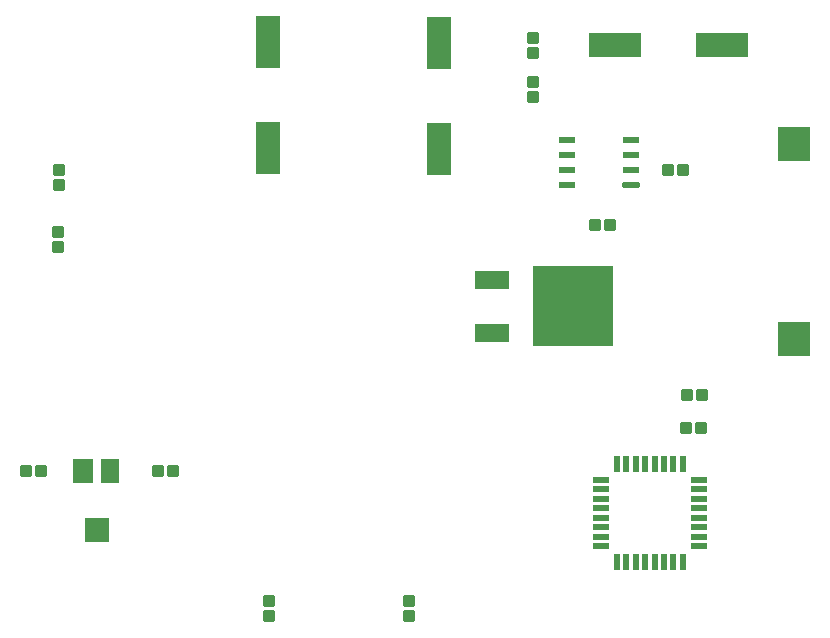
<source format=gbr>
%TF.GenerationSoftware,KiCad,Pcbnew,(5.99.0-11575-g46338403e7)*%
%TF.CreationDate,2021-08-13T15:38:51+02:00*%
%TF.ProjectId,voedings switcher,766f6564-696e-4677-9320-737769746368,rev?*%
%TF.SameCoordinates,Original*%
%TF.FileFunction,Paste,Top*%
%TF.FilePolarity,Positive*%
%FSLAX46Y46*%
G04 Gerber Fmt 4.6, Leading zero omitted, Abs format (unit mm)*
G04 Created by KiCad (PCBNEW (5.99.0-11575-g46338403e7)) date 2021-08-13 15:38:51*
%MOMM*%
%LPD*%
G01*
G04 APERTURE LIST*
G04 Aperture macros list*
%AMRoundRect*
0 Rectangle with rounded corners*
0 $1 Rounding radius*
0 $2 $3 $4 $5 $6 $7 $8 $9 X,Y pos of 4 corners*
0 Add a 4 corners polygon primitive as box body*
4,1,4,$2,$3,$4,$5,$6,$7,$8,$9,$2,$3,0*
0 Add four circle primitives for the rounded corners*
1,1,$1+$1,$2,$3*
1,1,$1+$1,$4,$5*
1,1,$1+$1,$6,$7*
1,1,$1+$1,$8,$9*
0 Add four rect primitives between the rounded corners*
20,1,$1+$1,$2,$3,$4,$5,0*
20,1,$1+$1,$4,$5,$6,$7,0*
20,1,$1+$1,$6,$7,$8,$9,0*
20,1,$1+$1,$8,$9,$2,$3,0*%
G04 Aperture macros list end*
%ADD10RoundRect,0.250000X-0.300000X0.250000X-0.300000X-0.250000X0.300000X-0.250000X0.300000X0.250000X0*%
%ADD11RoundRect,0.250000X0.300000X-0.250000X0.300000X0.250000X-0.300000X0.250000X-0.300000X-0.250000X0*%
%ADD12R,4.510000X2.120000*%
%ADD13R,1.800000X2.000000*%
%ADD14R,2.000000X2.000000*%
%ADD15R,1.500000X2.000000*%
%ADD16R,2.999740X1.597660*%
%ADD17R,6.740000X6.740000*%
%ADD18R,0.570000X1.460000*%
%ADD19R,1.460000X0.570000*%
%ADD20RoundRect,0.250000X-0.250000X-0.300000X0.250000X-0.300000X0.250000X0.300000X-0.250000X0.300000X0*%
%ADD21RoundRect,0.250000X0.250000X0.300000X-0.250000X0.300000X-0.250000X-0.300000X0.250000X-0.300000X0*%
%ADD22RoundRect,0.132500X0.592500X-0.132500X0.592500X0.132500X-0.592500X0.132500X-0.592500X-0.132500X0*%
%ADD23R,1.450000X0.530000*%
%ADD24R,2.790000X2.920000*%
%ADD25R,2.120000X4.510000*%
G04 APERTURE END LIST*
D10*
%TO.C,C3*%
X177795000Y-92485000D03*
X176525000Y-92485000D03*
%TD*%
D11*
%TO.C,R5*%
X128365000Y-113255000D03*
X129635000Y-113255000D03*
%TD*%
D12*
%TO.C,C4*%
X187230000Y-77190000D03*
X178230000Y-77190000D03*
%TD*%
D11*
%TO.C,R6*%
X139540000Y-113280000D03*
X140810000Y-113280000D03*
%TD*%
%TO.C,C7*%
X184280000Y-106870000D03*
X185550000Y-106870000D03*
%TD*%
D13*
%TO.C,RV1*%
X133140000Y-113235392D03*
D14*
X134350000Y-118235392D03*
D15*
X135440000Y-113235392D03*
%TD*%
D16*
%TO.C,D2*%
X167761400Y-97061620D03*
X167761400Y-101618380D03*
D17*
X174657500Y-99340000D03*
%TD*%
D18*
%TO.C,U4*%
X178360000Y-120958221D03*
X179160000Y-120958221D03*
X179960000Y-120958221D03*
X180760000Y-120958221D03*
X181560000Y-120958221D03*
X182360000Y-120958221D03*
X183160000Y-120958221D03*
X183960000Y-120958221D03*
D19*
X185290000Y-119628221D03*
X185290000Y-118828221D03*
X185290000Y-118028221D03*
X185290000Y-117228221D03*
X185290000Y-116428221D03*
X185290000Y-115628221D03*
X185290000Y-114828221D03*
X185290000Y-114028221D03*
D18*
X183960000Y-112698221D03*
X183160000Y-112698221D03*
X182360000Y-112698221D03*
X181560000Y-112698221D03*
X180760000Y-112698221D03*
X179960000Y-112698221D03*
X179160000Y-112698221D03*
X178360000Y-112698221D03*
D19*
X177030000Y-114028221D03*
X177030000Y-114828221D03*
X177030000Y-115628221D03*
X177030000Y-116428221D03*
X177030000Y-117228221D03*
X177030000Y-118028221D03*
X177030000Y-118828221D03*
X177030000Y-119628221D03*
%TD*%
D11*
%TO.C,C2*%
X182685000Y-87815000D03*
X183955000Y-87815000D03*
%TD*%
D20*
%TO.C,R4*%
X131055000Y-92995000D03*
X131055000Y-94265000D03*
%TD*%
D21*
%TO.C,R2*%
X171290000Y-77920000D03*
X171290000Y-76650000D03*
%TD*%
D20*
%TO.C,R3*%
X131100000Y-87760000D03*
X131100000Y-89030000D03*
%TD*%
D22*
%TO.C,U1*%
X179600000Y-89080000D03*
D23*
X179600000Y-87810000D03*
X179600000Y-86540000D03*
X179600000Y-85270000D03*
X174150000Y-85270000D03*
X174150000Y-86540000D03*
X174150000Y-87810000D03*
X174150000Y-89080000D03*
%TD*%
D24*
%TO.C,L1*%
X193400000Y-102110000D03*
X193400000Y-85600000D03*
%TD*%
D25*
%TO.C,C1*%
X148830000Y-85940000D03*
X148830000Y-76940000D03*
%TD*%
D21*
%TO.C,R7*%
X160795000Y-125575000D03*
X160795000Y-124305000D03*
%TD*%
D25*
%TO.C,C5*%
X163310000Y-86030000D03*
X163310000Y-77030000D03*
%TD*%
D21*
%TO.C,R8*%
X148885000Y-125525000D03*
X148885000Y-124255000D03*
%TD*%
%TO.C,R1*%
X171290000Y-81580000D03*
X171290000Y-80310000D03*
%TD*%
D11*
%TO.C,C6*%
X184220000Y-109614608D03*
X185490000Y-109614608D03*
%TD*%
M02*

</source>
